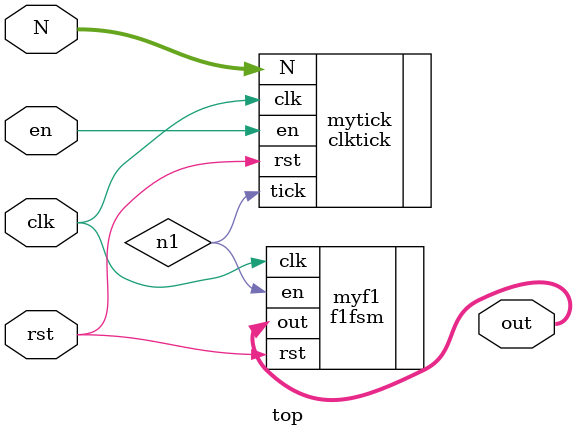
<source format=sv>
module top #(
    parameter WIDTH = 8
)(
    input logic clk,
    input logic en,
    input logic rst,
    input logic [15:0] N,
    output logic [WIDTH-1:0] out
);

logic n1;

clktick mytick(
    .clk(clk),
    .rst(rst),
    .en(en),
    .N(N),
    .tick(n1)
);

f1fsm myf1(
    .clk(clk),
    .rst(rst),
    .en(n1),
    .out(out)
);

endmodule

</source>
